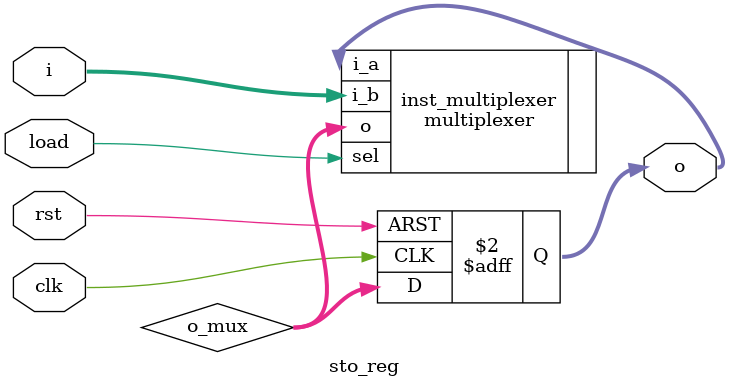
<source format=v>
module sto_reg(clk, rst, load, i, o);

// parameters
parameter WIDTH = 32;
parameter NUM = 68;

// common ports
input clk;
input rst;

// control ports
input load;

// input ports
input signed [NUM*WIDTH-1:0] i;

// output ports
output signed [NUM*WIDTH-1:0] o;

// wires
wire signed [NUM*WIDTH-1:0] o_mux;

// registers
reg signed [NUM*WIDTH-1:0] o;

multiplexer #(.WIDTH(NUM*WIDTH)) inst_multiplexer (.i_a(o), .i_b(i), .sel(load), .o(o_mux));

always @(posedge clk or posedge rst) begin
	if (rst)
		o <= {(NUM*WIDTH){1'b0}};
	else
		o <= o_mux;
end

endmodule
</source>
